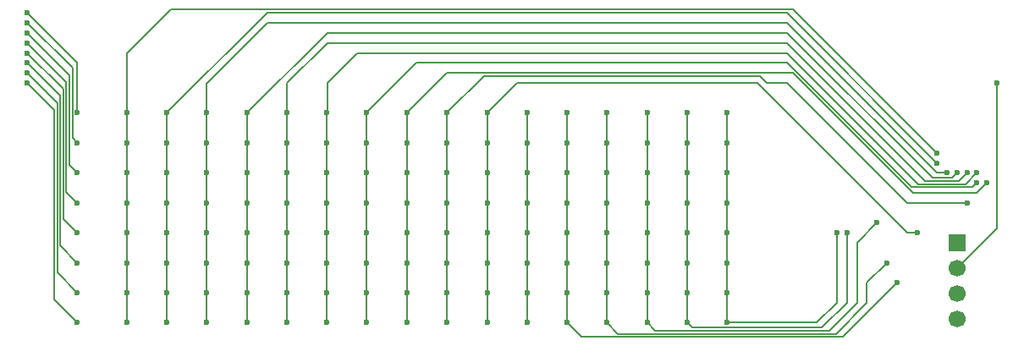
<source format=gbr>
%TF.GenerationSoftware,KiCad,Pcbnew,9.0.6*%
%TF.CreationDate,2025-12-12T10:33:16-06:00*%
%TF.ProjectId,led-pcb,6c65642d-7063-4622-9e6b-696361645f70,rev?*%
%TF.SameCoordinates,Original*%
%TF.FileFunction,Copper,L2,Bot*%
%TF.FilePolarity,Positive*%
%FSLAX46Y46*%
G04 Gerber Fmt 4.6, Leading zero omitted, Abs format (unit mm)*
G04 Created by KiCad (PCBNEW 9.0.6) date 2025-12-12 10:33:16*
%MOMM*%
%LPD*%
G01*
G04 APERTURE LIST*
%TA.AperFunction,ComponentPad*%
%ADD10R,1.700000X1.700000*%
%TD*%
%TA.AperFunction,ComponentPad*%
%ADD11C,1.700000*%
%TD*%
%TA.AperFunction,ViaPad*%
%ADD12C,0.600000*%
%TD*%
%TA.AperFunction,Conductor*%
%ADD13C,0.200000*%
%TD*%
G04 APERTURE END LIST*
D10*
%TO.P,J1,1,Pin_1*%
%TO.N,Net-(J1-Pin_1)*%
X185000000Y-114000000D03*
D11*
%TO.P,J1,2,Pin_2*%
%TO.N,Net-(J1-Pin_2)*%
X185000000Y-116540000D03*
%TO.P,J1,3,Pin_3*%
%TO.N,Net-(J1-Pin_3)*%
X185000000Y-119080000D03*
%TO.P,J1,4,Pin_4*%
%TO.N,Net-(J1-Pin_4)*%
X185000000Y-121620000D03*
%TD*%
D12*
%TO.N,Net-(J1-Pin_2)*%
X189000000Y-98000000D03*
%TO.N,row0*%
X101950000Y-113000000D03*
X101950000Y-119000000D03*
X101950000Y-110000000D03*
X183000000Y-105000000D03*
X101950000Y-101000000D03*
X101950000Y-107000000D03*
X101950000Y-104000000D03*
X101950000Y-116000000D03*
X101950000Y-122000000D03*
%TO.N,row1*%
X105975000Y-101000000D03*
X105975000Y-116000000D03*
X105975000Y-104000000D03*
X105975000Y-107000000D03*
X105975000Y-113000000D03*
X105975000Y-110000000D03*
X105975000Y-119000000D03*
X105975000Y-122000000D03*
X183000000Y-106000000D03*
%TO.N,row2*%
X109925000Y-122000000D03*
X109925000Y-104000000D03*
X109925000Y-107000000D03*
X109925000Y-116000000D03*
X109925000Y-119000000D03*
X109925000Y-113000000D03*
X184000000Y-107000000D03*
X109925000Y-101000000D03*
X109925000Y-110000000D03*
%TO.N,row3*%
X185000000Y-107000000D03*
X113950000Y-101000000D03*
X113950000Y-119000000D03*
X113950000Y-116000000D03*
X113950000Y-113000000D03*
X113950000Y-107000000D03*
X113950000Y-122000000D03*
X113950000Y-110000000D03*
X113950000Y-104000000D03*
%TO.N,row4*%
X117950000Y-110000000D03*
X117950000Y-107000000D03*
X117950000Y-116000000D03*
X117950000Y-101000000D03*
X117950000Y-113000000D03*
X117950000Y-104000000D03*
X186000000Y-107000000D03*
X117950000Y-122000000D03*
X117950000Y-119000000D03*
%TO.N,row5*%
X121975000Y-122000000D03*
X121975000Y-116000000D03*
X121975000Y-119000000D03*
X121975000Y-113000000D03*
X121975000Y-101000000D03*
X121975000Y-104000000D03*
X187000000Y-107000000D03*
X121975000Y-110000000D03*
X121975000Y-107000000D03*
%TO.N,row6*%
X125925000Y-119000000D03*
X125925000Y-122000000D03*
X125925000Y-104000000D03*
X187000000Y-108000000D03*
X125925000Y-110000000D03*
X125925000Y-116000000D03*
X125925000Y-113000000D03*
X125925000Y-107000000D03*
X125925000Y-101000000D03*
%TO.N,row7*%
X129950000Y-113000000D03*
X129950000Y-101000000D03*
X129950000Y-119000000D03*
X129950000Y-104000000D03*
X129950000Y-122000000D03*
X129950000Y-110000000D03*
X129950000Y-107000000D03*
X129950000Y-116000000D03*
X188000000Y-108000000D03*
%TO.N,row8*%
X186000000Y-110000000D03*
X134000000Y-122000000D03*
X134000000Y-107000000D03*
X134000000Y-110000000D03*
X134000000Y-119000000D03*
X134000000Y-104000000D03*
X134000000Y-116000000D03*
X134000000Y-113000000D03*
X134000000Y-101000000D03*
%TO.N,row9*%
X138025000Y-101000000D03*
X138025000Y-104000000D03*
X138025000Y-116000000D03*
X138025000Y-119000000D03*
X138025000Y-113000000D03*
X138025000Y-122000000D03*
X138025000Y-107000000D03*
X138025000Y-110000000D03*
X181000000Y-113000000D03*
%TO.N,row10*%
X141975000Y-119000000D03*
X141975000Y-122000000D03*
X141975000Y-104000000D03*
X141975000Y-107000000D03*
X141975000Y-110000000D03*
X141975000Y-116000000D03*
X141975000Y-113000000D03*
X141975000Y-101000000D03*
%TO.N,row11*%
X146000000Y-116000000D03*
X146000000Y-104000000D03*
X146000000Y-110000000D03*
X146000000Y-119000000D03*
X146000000Y-101000000D03*
X146000000Y-107000000D03*
X179000000Y-118000000D03*
X146000000Y-113000000D03*
X146000000Y-122000000D03*
%TO.N,row12*%
X150000000Y-113000000D03*
X150000000Y-101000000D03*
X150000000Y-119000000D03*
X150000000Y-122000000D03*
X150000000Y-104000000D03*
X150000000Y-107000000D03*
X178000000Y-116000000D03*
X150000000Y-116000000D03*
X150000000Y-110000000D03*
%TO.N,row13*%
X154025000Y-113000000D03*
X177000000Y-112000000D03*
X154025000Y-119000000D03*
X154025000Y-122000000D03*
X154025000Y-101000000D03*
X154025000Y-110000000D03*
X154025000Y-107000000D03*
X154025000Y-116000000D03*
X154025000Y-104000000D03*
%TO.N,row14*%
X157975000Y-113000000D03*
X157975000Y-101000000D03*
X157975000Y-107000000D03*
X157975000Y-116000000D03*
X174000000Y-113000000D03*
X157975000Y-122000000D03*
X157975000Y-110000000D03*
X157975000Y-119000000D03*
X157975000Y-104000000D03*
%TO.N,row15*%
X162000000Y-113000000D03*
X173000000Y-113000000D03*
X162000000Y-119000000D03*
X162000000Y-104000000D03*
X162000000Y-116000000D03*
X162000000Y-107000000D03*
X162000000Y-101000000D03*
X162000000Y-122000000D03*
X162000000Y-110000000D03*
%TO.N,com2*%
X92000000Y-93000000D03*
X97000000Y-107000000D03*
%TO.N,com5*%
X97000000Y-116000000D03*
X92000000Y-96000000D03*
%TO.N,com7*%
X97000000Y-122000000D03*
X92000000Y-98000000D03*
%TO.N,com1*%
X92000000Y-92000000D03*
X97000000Y-104000000D03*
%TO.N,com4*%
X97000000Y-113000000D03*
X92000000Y-95000000D03*
%TO.N,com3*%
X92000000Y-94000000D03*
X97000000Y-110000000D03*
%TO.N,com6*%
X92000000Y-97000000D03*
X97000000Y-119000000D03*
%TO.N,com0*%
X92000000Y-91000000D03*
X97000000Y-101000000D03*
%TD*%
D13*
%TO.N,Net-(J1-Pin_2)*%
X189000000Y-112540000D02*
X185000000Y-116540000D01*
X189000000Y-98000000D02*
X189000000Y-112540000D01*
%TO.N,row0*%
X102000000Y-95000000D02*
X102000000Y-100950000D01*
X101950000Y-119000000D02*
X101950000Y-116000000D01*
X101950000Y-122000000D02*
X101950000Y-119000000D01*
X106399000Y-90601000D02*
X102000000Y-95000000D01*
X102000000Y-100950000D02*
X101950000Y-101000000D01*
X101950000Y-116000000D02*
X101950000Y-113000000D01*
X168601000Y-90601000D02*
X106399000Y-90601000D01*
X183000000Y-105000000D02*
X168601000Y-90601000D01*
X101950000Y-104000000D02*
X101950000Y-101000000D01*
X101950000Y-110000000D02*
X101950000Y-107000000D01*
X101950000Y-113000000D02*
X101950000Y-110000000D01*
X101950000Y-107000000D02*
X101950000Y-104000000D01*
%TO.N,row1*%
X105975000Y-122000000D02*
X105975000Y-119000000D01*
X168000000Y-91000000D02*
X115975000Y-91000000D01*
X105975000Y-113000000D02*
X105975000Y-110000000D01*
X105975000Y-119000000D02*
X105975000Y-116000000D01*
X105975000Y-107000000D02*
X105975000Y-104000000D01*
X105975000Y-104000000D02*
X105975000Y-101000000D01*
X115975000Y-91000000D02*
X105975000Y-101000000D01*
X105975000Y-116000000D02*
X105975000Y-113000000D01*
X105975000Y-110000000D02*
X105975000Y-107000000D01*
X183000000Y-106000000D02*
X168000000Y-91000000D01*
%TO.N,row2*%
X109925000Y-98075000D02*
X116000000Y-92000000D01*
X109925000Y-107000000D02*
X109925000Y-104000000D01*
X109925000Y-113000000D02*
X109925000Y-110000000D01*
X109925000Y-101000000D02*
X109925000Y-98075000D01*
X168000000Y-92000000D02*
X183000000Y-107000000D01*
X109925000Y-104000000D02*
X109925000Y-101000000D01*
X109925000Y-110000000D02*
X109925000Y-107000000D01*
X116000000Y-92000000D02*
X168000000Y-92000000D01*
X109925000Y-119000000D02*
X109925000Y-116000000D01*
X109925000Y-116000000D02*
X109925000Y-113000000D01*
X109925000Y-122000000D02*
X109925000Y-119000000D01*
X183000000Y-107000000D02*
X184000000Y-107000000D01*
%TO.N,row3*%
X113950000Y-107000000D02*
X113950000Y-104000000D01*
X113950000Y-113000000D02*
X113950000Y-110000000D01*
X122000000Y-93000000D02*
X114000000Y-101000000D01*
X113950000Y-119000000D02*
X113950000Y-116000000D01*
X168000000Y-93000000D02*
X122000000Y-93000000D01*
X184477929Y-107522071D02*
X182522071Y-107522071D01*
X185000000Y-107000000D02*
X184477929Y-107522071D01*
X113950000Y-122000000D02*
X113950000Y-119000000D01*
X113950000Y-116000000D02*
X113950000Y-113000000D01*
X182522071Y-107522071D02*
X168000000Y-93000000D01*
X114000000Y-101000000D02*
X113950000Y-101000000D01*
X113950000Y-104000000D02*
X113950000Y-101000000D01*
X113950000Y-110000000D02*
X113950000Y-107000000D01*
%TO.N,row4*%
X168000000Y-94000000D02*
X122000000Y-94000000D01*
X117950000Y-116000000D02*
X117950000Y-113000000D01*
X117950000Y-110000000D02*
X117950000Y-107000000D01*
X122000000Y-94000000D02*
X118000000Y-98000000D01*
X117950000Y-104000000D02*
X117950000Y-101000000D01*
X117950000Y-113000000D02*
X117950000Y-110000000D01*
X185176929Y-107823071D02*
X181823071Y-107823071D01*
X118000000Y-98000000D02*
X118000000Y-100950000D01*
X118000000Y-100950000D02*
X117950000Y-101000000D01*
X117950000Y-119000000D02*
X117950000Y-116000000D01*
X117950000Y-122000000D02*
X117950000Y-119000000D01*
X181823071Y-107823071D02*
X168000000Y-94000000D01*
X117950000Y-107000000D02*
X117950000Y-104000000D01*
X186000000Y-107000000D02*
X185176929Y-107823071D01*
%TO.N,row5*%
X187000000Y-107000000D02*
X185875929Y-108124071D01*
X121975000Y-107000000D02*
X121975000Y-104000000D01*
X121975000Y-110000000D02*
X121975000Y-107000000D01*
X185875929Y-108124071D02*
X181124071Y-108124071D01*
X121975000Y-104000000D02*
X121975000Y-101000000D01*
X121975000Y-113000000D02*
X121975000Y-110000000D01*
X181124071Y-108124071D02*
X168000000Y-95000000D01*
X121975000Y-122000000D02*
X121975000Y-119000000D01*
X122000000Y-100975000D02*
X121975000Y-101000000D01*
X125000000Y-95000000D02*
X122000000Y-98000000D01*
X122000000Y-98000000D02*
X122000000Y-100975000D01*
X121975000Y-116000000D02*
X121975000Y-113000000D01*
X121975000Y-119000000D02*
X121975000Y-116000000D01*
X168000000Y-95000000D02*
X125000000Y-95000000D01*
%TO.N,row6*%
X125925000Y-122000000D02*
X125925000Y-119000000D01*
X125925000Y-116000000D02*
X125925000Y-113000000D01*
X125925000Y-119000000D02*
X125925000Y-116000000D01*
X125925000Y-104000000D02*
X125925000Y-101000000D01*
X130925000Y-96000000D02*
X125925000Y-101000000D01*
X180425071Y-108425071D02*
X168000000Y-96000000D01*
X125925000Y-107000000D02*
X125925000Y-104000000D01*
X186574929Y-108425071D02*
X180425071Y-108425071D01*
X125925000Y-113000000D02*
X125925000Y-110000000D01*
X187000000Y-108000000D02*
X186574929Y-108425071D01*
X125925000Y-110000000D02*
X125925000Y-107000000D01*
X168000000Y-96000000D02*
X130925000Y-96000000D01*
%TO.N,row7*%
X133950000Y-97000000D02*
X129950000Y-101000000D01*
X129950000Y-110000000D02*
X129950000Y-107000000D01*
X129950000Y-104000000D02*
X129950000Y-101000000D01*
X129950000Y-122000000D02*
X129950000Y-119000000D01*
X180574322Y-109000000D02*
X168574322Y-97000000D01*
X187000000Y-109000000D02*
X180574322Y-109000000D01*
X129950000Y-107000000D02*
X129950000Y-104000000D01*
X129950000Y-119000000D02*
X129950000Y-116000000D01*
X168574322Y-97000000D02*
X133950000Y-97000000D01*
X129950000Y-116000000D02*
X129950000Y-113000000D01*
X188000000Y-108000000D02*
X187000000Y-109000000D01*
X129950000Y-113000000D02*
X129950000Y-110000000D01*
%TO.N,row8*%
X180000000Y-110000000D02*
X168000000Y-98000000D01*
X134000000Y-116000000D02*
X134000000Y-113000000D01*
X134000000Y-122000000D02*
X134000000Y-119000000D01*
X166000000Y-98000000D02*
X165301000Y-97301000D01*
X134000000Y-110000000D02*
X134000000Y-107000000D01*
X168000000Y-98000000D02*
X166000000Y-98000000D01*
X134000000Y-119000000D02*
X134000000Y-116000000D01*
X165301000Y-97301000D02*
X137699000Y-97301000D01*
X134000000Y-104000000D02*
X134000000Y-101000000D01*
X134000000Y-113000000D02*
X134000000Y-110000000D01*
X137699000Y-97301000D02*
X134000000Y-101000000D01*
X134000000Y-107000000D02*
X134000000Y-104000000D01*
X186000000Y-110000000D02*
X180000000Y-110000000D01*
%TO.N,row9*%
X141025000Y-98000000D02*
X138025000Y-101000000D01*
X138025000Y-104000000D02*
X138025000Y-101000000D01*
X138025000Y-110000000D02*
X138025000Y-107000000D01*
X138025000Y-107000000D02*
X138025000Y-104000000D01*
X138025000Y-122000000D02*
X138025000Y-119000000D01*
X138025000Y-119000000D02*
X138025000Y-116000000D01*
X138025000Y-113000000D02*
X138025000Y-110000000D01*
X180000000Y-113000000D02*
X165000000Y-98000000D01*
X181000000Y-113000000D02*
X180000000Y-113000000D01*
X138025000Y-116000000D02*
X138025000Y-113000000D01*
X165000000Y-98000000D02*
X141025000Y-98000000D01*
%TO.N,row10*%
X141975000Y-113000000D02*
X141975000Y-110000000D01*
X141975000Y-110000000D02*
X141975000Y-107000000D01*
X141975000Y-104000000D02*
X141975000Y-101000000D01*
X141975000Y-119000000D02*
X141975000Y-116000000D01*
X141975000Y-122000000D02*
X141975000Y-119000000D01*
X141975000Y-107000000D02*
X141975000Y-104000000D01*
X141975000Y-116000000D02*
X141975000Y-113000000D01*
%TO.N,row11*%
X179000000Y-118000000D02*
X173596000Y-123404000D01*
X146000000Y-119000000D02*
X146000000Y-116000000D01*
X146000000Y-104000000D02*
X146000000Y-101000000D01*
X146000000Y-122000000D02*
X146000000Y-119000000D01*
X146000000Y-110000000D02*
X146000000Y-107000000D01*
X147404000Y-123404000D02*
X146000000Y-122000000D01*
X146000000Y-116000000D02*
X146000000Y-113000000D01*
X173596000Y-123404000D02*
X147404000Y-123404000D01*
X146000000Y-113000000D02*
X146000000Y-110000000D01*
X146000000Y-107000000D02*
X146000000Y-104000000D01*
%TO.N,row12*%
X150000000Y-104000000D02*
X150000000Y-101000000D01*
X150000000Y-110000000D02*
X150000000Y-107000000D01*
X150000000Y-107000000D02*
X150000000Y-104000000D01*
X178000000Y-116000000D02*
X176000000Y-118000000D01*
X176000000Y-118000000D02*
X176000000Y-120000000D01*
X150000000Y-122000000D02*
X150000000Y-119000000D01*
X176000000Y-120000000D02*
X172897000Y-123103000D01*
X172897000Y-123103000D02*
X151103000Y-123103000D01*
X151103000Y-123103000D02*
X150000000Y-122000000D01*
X150000000Y-113000000D02*
X150000000Y-110000000D01*
X150000000Y-116000000D02*
X150000000Y-113000000D01*
X150000000Y-119000000D02*
X150000000Y-116000000D01*
%TO.N,row13*%
X154025000Y-122000000D02*
X154025000Y-119000000D01*
X154025000Y-116000000D02*
X154025000Y-113000000D01*
X172198000Y-122802000D02*
X154827000Y-122802000D01*
X154025000Y-110000000D02*
X154025000Y-107000000D01*
X154025000Y-107000000D02*
X154025000Y-104000000D01*
X175000000Y-120000000D02*
X172198000Y-122802000D01*
X154025000Y-119000000D02*
X154025000Y-116000000D01*
X175000000Y-114000000D02*
X175000000Y-120000000D01*
X154025000Y-104000000D02*
X154025000Y-101000000D01*
X154025000Y-113000000D02*
X154025000Y-110000000D01*
X154827000Y-122802000D02*
X154025000Y-122000000D01*
X177000000Y-112000000D02*
X175000000Y-114000000D01*
%TO.N,row14*%
X174000000Y-113000000D02*
X174000000Y-120000000D01*
X157975000Y-113000000D02*
X157975000Y-110000000D01*
X157975000Y-110000000D02*
X157975000Y-107000000D01*
X157975000Y-116000000D02*
X157975000Y-113000000D01*
X158476000Y-122501000D02*
X157975000Y-122000000D01*
X157975000Y-104000000D02*
X157975000Y-101000000D01*
X171499000Y-122501000D02*
X158476000Y-122501000D01*
X157975000Y-119000000D02*
X157975000Y-116000000D01*
X157975000Y-122000000D02*
X157975000Y-119000000D01*
X157975000Y-107000000D02*
X157975000Y-104000000D01*
X174000000Y-120000000D02*
X171499000Y-122501000D01*
%TO.N,row15*%
X162000000Y-104000000D02*
X162000000Y-101000000D01*
X162000000Y-110000000D02*
X162000000Y-107000000D01*
X162000000Y-119000000D02*
X162000000Y-116000000D01*
X162000000Y-116000000D02*
X162000000Y-113000000D01*
X173000000Y-120000000D02*
X171000000Y-122000000D01*
X171000000Y-122000000D02*
X162000000Y-122000000D01*
X162000000Y-122000000D02*
X162000000Y-119000000D01*
X162000000Y-107000000D02*
X162000000Y-104000000D01*
X173000000Y-113000000D02*
X173000000Y-120000000D01*
X162000000Y-113000000D02*
X162000000Y-110000000D01*
%TO.N,com2*%
X96198000Y-97198000D02*
X96198000Y-106198000D01*
X96198000Y-106198000D02*
X97000000Y-107000000D01*
X92000000Y-93000000D02*
X96198000Y-97198000D01*
%TO.N,com5*%
X95295000Y-99295000D02*
X95295000Y-114295000D01*
X95295000Y-114295000D02*
X97000000Y-116000000D01*
X92000000Y-96000000D02*
X95295000Y-99295000D01*
%TO.N,com7*%
X92000000Y-98000000D02*
X94693000Y-100693000D01*
X94693000Y-100693000D02*
X94693000Y-119693000D01*
X94693000Y-119693000D02*
X97000000Y-122000000D01*
%TO.N,com1*%
X96499000Y-103499000D02*
X97000000Y-104000000D01*
X96499000Y-96499000D02*
X96499000Y-103499000D01*
X92000000Y-92000000D02*
X96499000Y-96499000D01*
%TO.N,com4*%
X95596000Y-111596000D02*
X95596000Y-98596000D01*
X97000000Y-113000000D02*
X95596000Y-111596000D01*
X95596000Y-98596000D02*
X92000000Y-95000000D01*
%TO.N,com3*%
X95897000Y-97897000D02*
X95897000Y-108897000D01*
X92000000Y-94000000D02*
X95897000Y-97897000D01*
X95897000Y-108897000D02*
X97000000Y-110000000D01*
%TO.N,com6*%
X94994000Y-99994000D02*
X94994000Y-116994000D01*
X94994000Y-116994000D02*
X97000000Y-119000000D01*
X92000000Y-97000000D02*
X94994000Y-99994000D01*
%TO.N,com0*%
X92000000Y-91000000D02*
X97000000Y-96000000D01*
X97000000Y-96000000D02*
X97000000Y-101000000D01*
%TD*%
M02*

</source>
